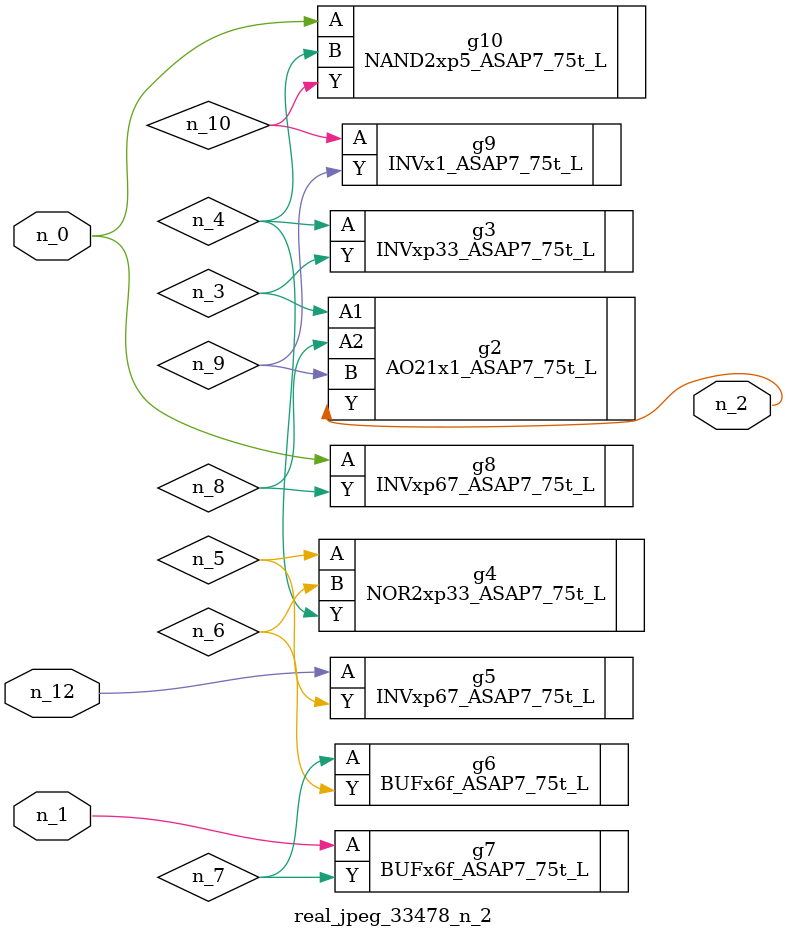
<source format=v>
module real_jpeg_33478_n_2 (n_12, n_1, n_0, n_2);

input n_12;
input n_1;
input n_0;

output n_2;

wire n_5;
wire n_8;
wire n_4;
wire n_6;
wire n_7;
wire n_3;
wire n_10;
wire n_9;

INVxp67_ASAP7_75t_L g8 ( 
.A(n_0),
.Y(n_8)
);

NAND2xp5_ASAP7_75t_L g10 ( 
.A(n_0),
.B(n_4),
.Y(n_10)
);

BUFx6f_ASAP7_75t_L g7 ( 
.A(n_1),
.Y(n_7)
);

AO21x1_ASAP7_75t_L g2 ( 
.A1(n_3),
.A2(n_8),
.B(n_9),
.Y(n_2)
);

INVxp33_ASAP7_75t_L g3 ( 
.A(n_4),
.Y(n_3)
);

NOR2xp33_ASAP7_75t_L g4 ( 
.A(n_5),
.B(n_6),
.Y(n_4)
);

BUFx6f_ASAP7_75t_L g6 ( 
.A(n_7),
.Y(n_6)
);

INVx1_ASAP7_75t_L g9 ( 
.A(n_10),
.Y(n_9)
);

INVxp67_ASAP7_75t_L g5 ( 
.A(n_12),
.Y(n_5)
);


endmodule
</source>
